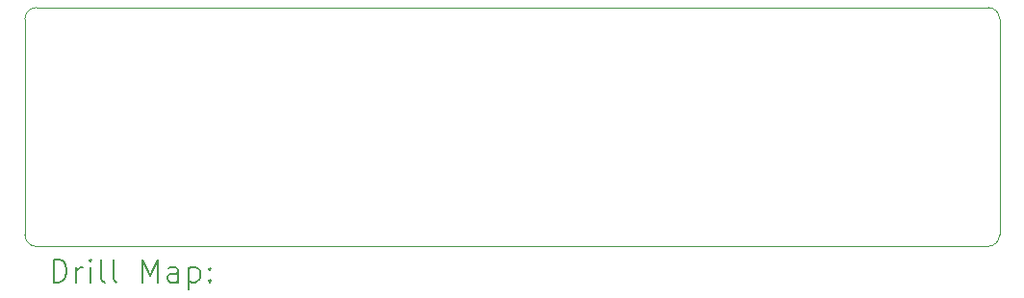
<source format=gbr>
%TF.GenerationSoftware,KiCad,Pcbnew,6.0.8-f2edbf62ab~116~ubuntu22.04.1*%
%TF.CreationDate,2022-10-28T12:05:40+02:00*%
%TF.ProjectId,FLWSB-SAMDaaNo21,464c5753-422d-4534-914d-4461614e6f32,1.0*%
%TF.SameCoordinates,Original*%
%TF.FileFunction,Drillmap*%
%TF.FilePolarity,Positive*%
%FSLAX45Y45*%
G04 Gerber Fmt 4.5, Leading zero omitted, Abs format (unit mm)*
G04 Created by KiCad (PCBNEW 6.0.8-f2edbf62ab~116~ubuntu22.04.1) date 2022-10-28 12:05:40*
%MOMM*%
%LPD*%
G01*
G04 APERTURE LIST*
%ADD10C,0.100000*%
%ADD11C,0.200000*%
G04 APERTURE END LIST*
D10*
X16929289Y-6920711D02*
X16929258Y-8824604D01*
X8355509Y-8824831D02*
X8355409Y-6920711D01*
X8355509Y-8824831D02*
G75*
G03*
X8455509Y-8924831I100001J1D01*
G01*
X8455409Y-6820711D02*
X16829289Y-6820711D01*
X16929289Y-6920711D02*
G75*
G03*
X16829289Y-6820711I-99999J1D01*
G01*
X16829258Y-8924604D02*
X8455509Y-8924831D01*
X8455409Y-6820709D02*
G75*
G03*
X8355409Y-6920711I1J-100001D01*
G01*
X16829258Y-8924598D02*
G75*
G03*
X16929258Y-8824604I2J99998D01*
G01*
D11*
X8608028Y-9240307D02*
X8608028Y-9040307D01*
X8655647Y-9040307D01*
X8684218Y-9049831D01*
X8703266Y-9068878D01*
X8712790Y-9087926D01*
X8722313Y-9126021D01*
X8722313Y-9154593D01*
X8712790Y-9192688D01*
X8703266Y-9211735D01*
X8684218Y-9230783D01*
X8655647Y-9240307D01*
X8608028Y-9240307D01*
X8808028Y-9240307D02*
X8808028Y-9106974D01*
X8808028Y-9145069D02*
X8817552Y-9126021D01*
X8827075Y-9116497D01*
X8846123Y-9106974D01*
X8865171Y-9106974D01*
X8931837Y-9240307D02*
X8931837Y-9106974D01*
X8931837Y-9040307D02*
X8922313Y-9049831D01*
X8931837Y-9059355D01*
X8941361Y-9049831D01*
X8931837Y-9040307D01*
X8931837Y-9059355D01*
X9055647Y-9240307D02*
X9036599Y-9230783D01*
X9027075Y-9211735D01*
X9027075Y-9040307D01*
X9160409Y-9240307D02*
X9141361Y-9230783D01*
X9131837Y-9211735D01*
X9131837Y-9040307D01*
X9388980Y-9240307D02*
X9388980Y-9040307D01*
X9455647Y-9183164D01*
X9522313Y-9040307D01*
X9522313Y-9240307D01*
X9703266Y-9240307D02*
X9703266Y-9135545D01*
X9693742Y-9116497D01*
X9674694Y-9106974D01*
X9636599Y-9106974D01*
X9617552Y-9116497D01*
X9703266Y-9230783D02*
X9684218Y-9240307D01*
X9636599Y-9240307D01*
X9617552Y-9230783D01*
X9608028Y-9211735D01*
X9608028Y-9192688D01*
X9617552Y-9173640D01*
X9636599Y-9164116D01*
X9684218Y-9164116D01*
X9703266Y-9154593D01*
X9798504Y-9106974D02*
X9798504Y-9306974D01*
X9798504Y-9116497D02*
X9817552Y-9106974D01*
X9855647Y-9106974D01*
X9874694Y-9116497D01*
X9884218Y-9126021D01*
X9893742Y-9145069D01*
X9893742Y-9202212D01*
X9884218Y-9221259D01*
X9874694Y-9230783D01*
X9855647Y-9240307D01*
X9817552Y-9240307D01*
X9798504Y-9230783D01*
X9979456Y-9221259D02*
X9988980Y-9230783D01*
X9979456Y-9240307D01*
X9969933Y-9230783D01*
X9979456Y-9221259D01*
X9979456Y-9240307D01*
X9979456Y-9116497D02*
X9988980Y-9126021D01*
X9979456Y-9135545D01*
X9969933Y-9126021D01*
X9979456Y-9116497D01*
X9979456Y-9135545D01*
M02*

</source>
